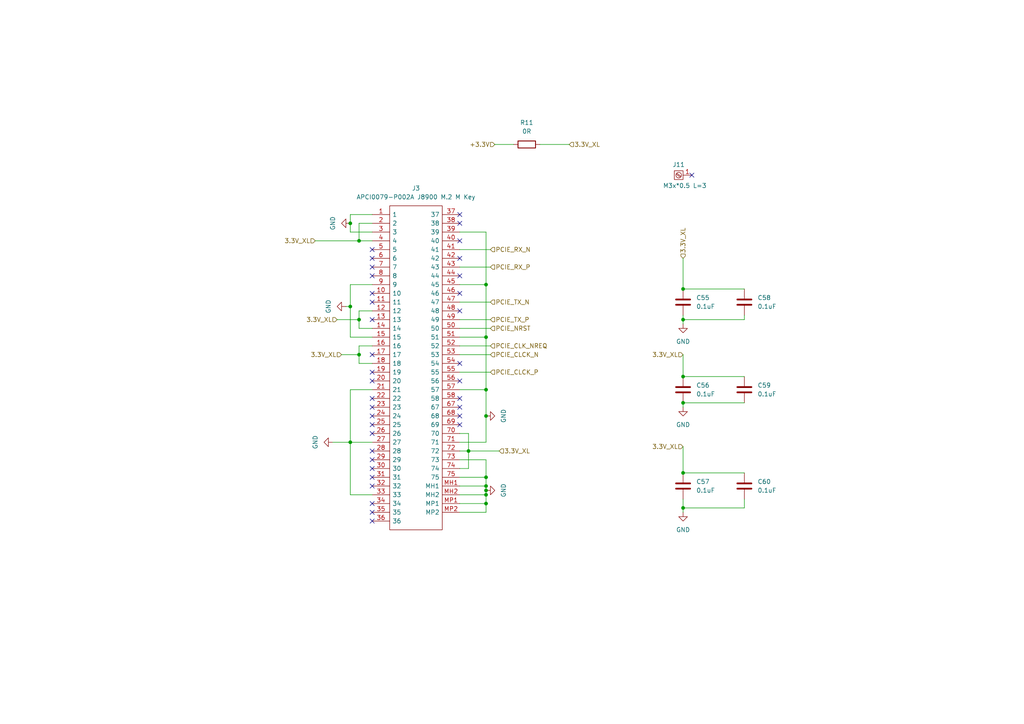
<source format=kicad_sch>
(kicad_sch (version 20231120) (generator "eeschema") (generator_version "8.0")
  (paper "A4")
  (lib_symbols
    (symbol "1-2199230-6:1-2199230-6" (pin_names (offset 0.762))
      (property "Reference" "J" (at 21.59 7.62 0))
      (property "Value" "1-2199230-6" (at 21.59 5.08 0))
      (symbol "1-2199230-6_0_0"
        (pin passive line (at 0 0 0) (length 5.08) (name "1") (number "1"))
        (pin passive line (at 0 -22.86 0) (length 5.08) (name "10") (number "10"))
        (pin passive line (at 0 -25.4 0) (length 5.08) (name "11") (number "11"))
        (pin passive line (at 0 -27.94 0) (length 5.08) (name "12") (number "12"))
        (pin passive line (at 0 -30.48 0) (length 5.08) (name "13") (number "13"))
        (pin passive line (at 0 -33.02 0) (length 5.08) (name "14") (number "14"))
        (pin passive line (at 0 -35.56 0) (length 5.08) (name "15") (number "15"))
        (pin passive line (at 0 -38.1 0) (length 5.08) (name "16") (number "16"))
        (pin passive line (at 0 -40.64 0) (length 5.08) (name "17") (number "17"))
        (pin passive line (at 0 -43.18 0) (length 5.08) (name "18") (number "18"))
        (pin passive line (at 0 -45.72 0) (length 5.08) (name "19") (number "19"))
        (pin passive line (at 0 -2.54 0) (length 5.08) (name "2") (number "2"))
        (pin passive line (at 0 -48.26 0) (length 5.08) (name "20") (number "20"))
        (pin passive line (at 0 -50.8 0) (length 5.08) (name "21") (number "21"))
        (pin passive line (at 0 -53.34 0) (length 5.08) (name "22") (number "22"))
        (pin passive line (at 0 -55.88 0) (length 5.08) (name "23") (number "23"))
        (pin passive line (at 0 -58.42 0) (length 5.08) (name "24") (number "24"))
        (pin passive line (at 0 -60.96 0) (length 5.08) (name "25") (number "25"))
        (pin passive line (at 0 -63.5 0) (length 5.08) (name "26") (number "26"))
        (pin passive line (at 0 -66.04 0) (length 5.08) (name "27") (number "27"))
        (pin passive line (at 0 -68.58 0) (length 5.08) (name "28") (number "28"))
        (pin passive line (at 0 -71.12 0) (length 5.08) (name "29") (number "29"))
        (pin passive line (at 0 -5.08 0) (length 5.08) (name "3") (number "3"))
        (pin passive line (at 0 -73.66 0) (length 5.08) (name "30") (number "30"))
        (pin passive line (at 0 -76.2 0) (length 5.08) (name "31") (number "31"))
        (pin passive line (at 0 -78.74 0) (length 5.08) (name "32") (number "32"))
        (pin passive line (at 0 -81.28 0) (length 5.08) (name "33") (number "33"))
        (pin passive line (at 0 -83.82 0) (length 5.08) (name "34") (number "34"))
        (pin passive line (at 0 -86.36 0) (length 5.08) (name "35") (number "35"))
        (pin passive line (at 0 -88.9 0) (length 5.08) (name "36") (number "36"))
        (pin passive line (at 25.4 0 180) (length 5.08) (name "37") (number "37"))
        (pin passive line (at 25.4 -2.54 180) (length 5.08) (name "38") (number "38"))
        (pin passive line (at 25.4 -5.08 180) (length 5.08) (name "39") (number "39"))
        (pin passive line (at 0 -7.62 0) (length 5.08) (name "4") (number "4"))
        (pin passive line (at 25.4 -7.62 180) (length 5.08) (name "40") (number "40"))
        (pin passive line (at 25.4 -10.16 180) (length 5.08) (name "41") (number "41"))
        (pin passive line (at 25.4 -12.7 180) (length 5.08) (name "42") (number "42"))
        (pin passive line (at 25.4 -15.24 180) (length 5.08) (name "43") (number "43"))
        (pin passive line (at 25.4 -17.78 180) (length 5.08) (name "44") (number "44"))
        (pin passive line (at 25.4 -20.32 180) (length 5.08) (name "45") (number "45"))
        (pin passive line (at 25.4 -22.86 180) (length 5.08) (name "46") (number "46"))
        (pin passive line (at 25.4 -25.4 180) (length 5.08) (name "47") (number "47"))
        (pin passive line (at 25.4 -27.94 180) (length 5.08) (name "48") (number "48"))
        (pin passive line (at 25.4 -30.48 180) (length 5.08) (name "49") (number "49"))
        (pin passive line (at 0 -10.16 0) (length 5.08) (name "5") (number "5"))
        (pin passive line (at 25.4 -33.02 180) (length 5.08) (name "50") (number "50"))
        (pin passive line (at 25.4 -35.56 180) (length 5.08) (name "51") (number "51"))
        (pin passive line (at 25.4 -38.1 180) (length 5.08) (name "52") (number "52"))
        (pin passive line (at 25.4 -40.64 180) (length 5.08) (name "53") (number "53"))
        (pin passive line (at 25.4 -43.18 180) (length 5.08) (name "54") (number "54"))
        (pin passive line (at 25.4 -45.72 180) (length 5.08) (name "55") (number "55"))
        (pin passive line (at 25.4 -48.26 180) (length 5.08) (name "56") (number "56"))
        (pin passive line (at 25.4 -50.8 180) (length 5.08) (name "57") (number "57"))
        (pin passive line (at 25.4 -53.34 180) (length 5.08) (name "58") (number "58"))
        (pin passive line (at 0 -12.7 0) (length 5.08) (name "6") (number "6"))
        (pin passive line (at 25.4 -55.88 180) (length 5.08) (name "67") (number "67"))
        (pin passive line (at 25.4 -58.42 180) (length 5.08) (name "68") (number "68"))
        (pin passive line (at 25.4 -60.96 180) (length 5.08) (name "69") (number "69"))
        (pin passive line (at 0 -15.24 0) (length 5.08) (name "7") (number "7"))
        (pin passive line (at 25.4 -63.5 180) (length 5.08) (name "70") (number "70"))
        (pin passive line (at 25.4 -66.04 180) (length 5.08) (name "71") (number "71"))
        (pin passive line (at 25.4 -68.58 180) (length 5.08) (name "72") (number "72"))
        (pin passive line (at 25.4 -71.12 180) (length 5.08) (name "73") (number "73"))
        (pin passive line (at 25.4 -73.66 180) (length 5.08) (name "74") (number "74"))
        (pin passive line (at 25.4 -76.2 180) (length 5.08) (name "75") (number "75"))
        (pin passive line (at 0 -17.78 0) (length 5.08) (name "8") (number "8"))
        (pin passive line (at 0 -20.32 0) (length 5.08) (name "9") (number "9"))
        (pin passive line (at 25.4 -78.74 180) (length 5.08) (name "MH1") (number "MH1"))
        (pin passive line (at 25.4 -81.28 180) (length 5.08) (name "MH2") (number "MH2"))
        (pin passive line (at 25.4 -83.82 180) (length 5.08) (name "MP1") (number "MP1"))
        (pin passive line (at 25.4 -86.36 180) (length 5.08) (name "MP2") (number "MP2"))
      )
      (symbol "1-2199230-6_0_1"
        (polyline (pts (xy 5.08 2.54) (xy 20.32 2.54) (xy 20.32 -91.44) (xy 5.08 -91.44) (xy 5.08 2.54)) (stroke (width 0.1524)))
      )
    )
    (symbol "Device:C" (pin_numbers hide) (pin_names (offset 0.254))
      (property "Reference" "C" (at 0.635 2.54 0))
      (property "Value" "C" (at 0.635 -2.54 0))
      (symbol "C_0_1"
        (polyline (pts (xy -2.032 -0.762) (xy 2.032 -0.762)) (stroke (width 0.508)))
        (polyline (pts (xy -2.032 0.762) (xy 2.032 0.762)) (stroke (width 0.508)))
      )
      (symbol "C_1_1"
        (pin passive line (at 0 3.81 270) (length 2.794) (name "~") (number "1"))
        (pin passive line (at 0 -3.81 90) (length 2.794) (name "~") (number "2"))
      )
    )
    (symbol "Device:R" (pin_numbers hide) (pin_names (offset 0))
      (property "Reference" "R" (at 2.032 0 90))
      (property "Value" "R" (at 0 0 90))
      (symbol "R_0_1"
        (rectangle (start -1.016 -2.54) (end 1.016 2.54) (stroke (width 0.254)))
      )
      (symbol "R_1_1"
        (pin passive line (at 0 3.81 270) (length 1.27) (name "~") (number "1"))
        (pin passive line (at 0 -3.81 90) (length 1.27) (name "~") (number "2"))
      )
    )
    (symbol "Via:via"
      (property "Reference" "U" (at 0 0 0))
      (symbol "via_0_1"
        (rectangle (start -1.27 3.81) (end 1.27 1.27))
        (polyline (pts (xy -0.6485 2.8629) (xy 0.5802 1.9868)))
        (polyline (pts (xy -0.4437 3.1019) (xy 0.7281 2.2599)))
        (circle (center 0 2.54) (radius 0.8106))
      )
      (symbol "via_1_1"
        (pin input line (at -3.81 2.54 0) (length 2.54) (name "") (number "1"))
      )
    )
    (symbol "power:GND" (power) (pin_names (offset 0))
      (property "Value" "GND" (at 0 -3.81 0))
      (symbol "GND_0_1"
        (polyline (pts (xy 0 0) (xy 0 -1.27) (xy 1.27 -1.27) (xy 0 -2.54) (xy -1.27 -1.27) (xy 0 -1.27)))
      )
      (symbol "GND_1_1"
        (pin power_in line (at 0 0 270) (length 0) hide (name "GND") (number "1"))
      )
    )
  )
  (junction (at 198.12 116.84))
  (junction (at 140.97 120.65))
  (junction (at 140.97 82.55))
  (junction (at 140.97 138.43))
  (junction (at 140.97 143.51))
  (junction (at 104.14 69.85))
  (junction (at 198.12 147.32))
  (junction (at 101.6 64.77))
  (junction (at 101.6 128.27))
  (junction (at 140.97 140.97))
  (junction (at 140.97 142.24))
  (junction (at 198.12 92.71))
  (junction (at 198.12 137.16))
  (junction (at 140.97 146.05))
  (junction (at 140.97 97.79))
  (junction (at 140.97 113.03))
  (junction (at 104.14 92.71))
  (junction (at 198.12 109.22))
  (junction (at 104.14 102.87))
  (junction (at 198.12 83.82))
  (junction (at 101.6 88.9))
  (junction (at 135.89 130.81))
  (no_connect (at 107.95 102.87))
  (no_connect (at 107.95 151.13))
  (no_connect (at 107.95 133.35))
  (no_connect (at 133.35 120.65))
  (no_connect (at 107.95 138.43))
  (no_connect (at 107.95 77.47))
  (no_connect (at 107.95 87.63))
  (no_connect (at 133.35 80.01))
  (no_connect (at 133.35 64.77))
  (no_connect (at 107.95 118.11))
  (no_connect (at 133.35 115.57))
  (no_connect (at 133.35 123.19))
  (no_connect (at 107.95 125.73))
  (no_connect (at 107.95 110.49))
  (no_connect (at 133.35 90.17))
  (no_connect (at 107.95 148.59))
  (no_connect (at 107.95 72.39))
  (no_connect (at 107.95 107.95))
  (no_connect (at 107.95 115.57))
  (no_connect (at 133.35 62.23))
  (no_connect (at 107.95 123.19))
  (no_connect (at 133.35 110.49))
  (no_connect (at 107.95 135.89))
  (no_connect (at 107.95 130.81))
  (no_connect (at 107.95 120.65))
  (no_connect (at 107.95 74.93))
  (no_connect (at 133.35 85.09))
  (no_connect (at 200.66 50.8))
  (no_connect (at 133.35 118.11))
  (no_connect (at 107.95 80.01))
  (no_connect (at 133.35 105.41))
  (no_connect (at 107.95 92.71))
  (no_connect (at 107.95 140.97))
  (no_connect (at 133.35 69.85))
  (no_connect (at 107.95 146.05))
  (no_connect (at 107.95 85.09))
  (no_connect (at 133.35 74.93))
  (wire (pts (xy 142.24 87.63) (xy 133.35 87.63)))
  (wire (pts (xy 140.97 148.59) (xy 140.97 146.05)))
  (wire (pts (xy 142.24 92.71) (xy 133.35 92.71)))
  (wire (pts (xy 140.97 128.27) (xy 140.97 120.65)))
  (wire (pts (xy 140.97 120.65) (xy 140.97 113.03)))
  (wire (pts (xy 143.51 41.8983) (xy 143.51 41.91)))
  (wire (pts (xy 101.6 113.03) (xy 107.95 113.03)))
  (wire (pts (xy 104.14 100.33) (xy 104.14 102.87)))
  (wire (pts (xy 142.24 107.95) (xy 133.35 107.95)))
  (wire (pts (xy 107.95 97.79) (xy 101.6 97.79)))
  (wire (pts (xy 140.97 143.51) (xy 140.97 142.24)))
  (wire (pts (xy 101.6 82.55) (xy 107.95 82.55)))
  (wire (pts (xy 140.97 67.31) (xy 140.97 82.55)))
  (wire (pts (xy 142.24 100.33) (xy 133.35 100.33)))
  (wire (pts (xy 140.97 113.03) (xy 133.35 113.03)))
  (wire (pts (xy 156.5972 41.8983) (xy 165.1 41.8983)))
  (wire (pts (xy 140.97 82.55) (xy 140.97 97.79)))
  (wire (pts (xy 91.44 69.85) (xy 104.14 69.85)))
  (wire (pts (xy 142.24 95.25) (xy 133.35 95.25)))
  (wire (pts (xy 198.12 148.59) (xy 198.12 147.32)))
  (wire (pts (xy 198.12 83.82) (xy 215.9 83.82)))
  (wire (pts (xy 104.14 105.41) (xy 107.95 105.41)))
  (wire (pts (xy 101.6 128.27) (xy 101.6 113.03)))
  (wire (pts (xy 133.35 67.31) (xy 140.97 67.31)))
  (wire (pts (xy 107.95 62.23) (xy 101.6 62.23)))
  (wire (pts (xy 198.12 129.54) (xy 198.12 137.16)))
  (wire (pts (xy 96.52 128.27) (xy 101.6 128.27)))
  (wire (pts (xy 107.95 143.51) (xy 101.6 143.51)))
  (wire (pts (xy 135.89 125.73) (xy 135.89 130.81)))
  (wire (pts (xy 133.35 140.97) (xy 140.97 140.97)))
  (wire (pts (xy 97.79 92.71) (xy 104.14 92.71)))
  (wire (pts (xy 198.12 147.32) (xy 198.12 144.78)))
  (wire (pts (xy 140.97 133.35) (xy 133.35 133.35)))
  (wire (pts (xy 148.9772 41.8983) (xy 143.51 41.8983)))
  (wire (pts (xy 140.97 138.43) (xy 140.97 133.35)))
  (wire (pts (xy 107.95 64.77) (xy 104.14 64.77)))
  (wire (pts (xy 104.14 69.85) (xy 107.95 69.85)))
  (wire (pts (xy 198.12 118.11) (xy 198.12 116.84)))
  (wire (pts (xy 133.35 125.73) (xy 135.89 125.73)))
  (wire (pts (xy 198.12 91.44) (xy 198.12 92.71)))
  (wire (pts (xy 104.14 92.71) (xy 104.14 95.25)))
  (wire (pts (xy 198.12 92.71) (xy 198.12 93.98)))
  (wire (pts (xy 104.14 64.77) (xy 104.14 69.85)))
  (wire (pts (xy 135.89 130.81) (xy 133.35 130.81)))
  (wire (pts (xy 198.12 74.93) (xy 198.12 83.82)))
  (wire (pts (xy 140.97 146.05) (xy 140.97 143.51)))
  (wire (pts (xy 133.35 82.55) (xy 140.97 82.55)))
  (wire (pts (xy 140.97 97.79) (xy 140.97 113.03)))
  (wire (pts (xy 104.14 102.87) (xy 104.14 105.41)))
  (wire (pts (xy 107.95 100.33) (xy 104.14 100.33)))
  (wire (pts (xy 198.12 92.71) (xy 215.9 92.71)))
  (wire (pts (xy 140.97 140.97) (xy 140.97 138.43)))
  (wire (pts (xy 133.35 128.27) (xy 140.97 128.27)))
  (wire (pts (xy 133.35 135.89) (xy 135.89 135.89)))
  (wire (pts (xy 198.12 147.32) (xy 215.9 147.32)))
  (wire (pts (xy 133.35 146.05) (xy 140.97 146.05)))
  (wire (pts (xy 135.89 130.81) (xy 144.78 130.81)))
  (wire (pts (xy 165.1 41.8983) (xy 165.1 41.91)))
  (wire (pts (xy 104.14 90.17) (xy 104.14 92.71)))
  (wire (pts (xy 133.35 138.43) (xy 140.97 138.43)))
  (wire (pts (xy 101.6 88.9) (xy 101.6 82.55)))
  (wire (pts (xy 99.06 102.87) (xy 104.14 102.87)))
  (wire (pts (xy 100.33 88.9) (xy 101.6 88.9)))
  (wire (pts (xy 101.6 67.31) (xy 107.95 67.31)))
  (wire (pts (xy 101.6 97.79) (xy 101.6 88.9)))
  (wire (pts (xy 107.95 128.27) (xy 101.6 128.27)))
  (wire (pts (xy 142.24 102.87) (xy 133.35 102.87)))
  (wire (pts (xy 101.6 62.23) (xy 101.6 64.77)))
  (wire (pts (xy 133.35 143.51) (xy 140.97 143.51)))
  (wire (pts (xy 215.9 144.78) (xy 215.9 147.32)))
  (wire (pts (xy 198.12 109.22) (xy 215.9 109.22)))
  (wire (pts (xy 198.12 137.16) (xy 215.9 137.16)))
  (wire (pts (xy 135.89 130.81) (xy 135.89 135.89)))
  (wire (pts (xy 198.12 102.87) (xy 198.12 109.22)))
  (wire (pts (xy 215.9 91.44) (xy 215.9 92.71)))
  (wire (pts (xy 104.14 90.17) (xy 107.95 90.17)))
  (wire (pts (xy 142.24 77.47) (xy 133.35 77.47)))
  (wire (pts (xy 104.14 95.25) (xy 107.95 95.25)))
  (wire (pts (xy 142.24 72.39) (xy 133.35 72.39)))
  (wire (pts (xy 133.35 148.59) (xy 140.97 148.59)))
  (wire (pts (xy 101.6 143.51) (xy 101.6 128.27)))
  (wire (pts (xy 140.97 142.24) (xy 140.97 140.97)))
  (wire (pts (xy 133.35 97.79) (xy 140.97 97.79)))
  (wire (pts (xy 198.12 116.84) (xy 215.9 116.84)))
  (wire (pts (xy 101.6 64.77) (xy 101.6 67.31)))
  (hierarchical_label "3.3V_XL" (shape input) (at 198.12 102.87 180))
  (hierarchical_label "PCIE_NRST" (shape input) (at 142.24 95.25 0))
  (hierarchical_label "3.3V_XL" (shape input) (at 165.1 41.91 0))
  (hierarchical_label "3.3V_XL" (shape input) (at 198.12 74.93 90))
  (hierarchical_label "+3.3V" (shape input) (at 143.51 41.91 180))
  (hierarchical_label "PCIE_CLK_NREQ" (shape input) (at 142.24 100.33 0))
  (hierarchical_label "PCIE_RX_P" (shape input) (at 142.24 77.47 0))
  (hierarchical_label "PCIE_CLCK_P" (shape input) (at 142.24 107.95 0))
  (hierarchical_label "PCIE_RX_N" (shape input) (at 142.24 72.39 0))
  (hierarchical_label "3.3V_XL" (shape input) (at 99.06 102.87 180))
  (hierarchical_label "PCIE_TX_P" (shape input) (at 142.24 92.71 0))
  (hierarchical_label "PCIE_CLCK_N" (shape input) (at 142.24 102.87 0))
  (hierarchical_label "PCIE_TX_N" (shape input) (at 142.24 87.63 0))
  (hierarchical_label "3.3V_XL" (shape input) (at 91.44 69.85 180))
  (hierarchical_label "3.3V_XL" (shape input) (at 97.79 92.71 180))
  (hierarchical_label "3.3V_XL" (shape input) (at 144.78 130.81 0))
  (hierarchical_label "3.3V_XL" (shape input) (at 198.12 129.54 180))
  (symbol (lib_id "Via:via") (at 196.85 48.26 180) (unit 1)
    (property "Reference" "J11" (at 196.85 47.752 0))
    (property "Value" "M3x*0.5 L=3" (at 198.628 53.848 0))
    (property "Footprint" "RP2040_minimal:Screw_terminal_shinbo" (effects (hide yes)))
  )
  (symbol (lib_id "power:GND") (at 198.12 93.98 0) (unit 1)
    (property "Reference" "#PWR0184" (effects (hide yes)))
    (property "Value" "GND" (at 198.12 99.06 0))
  )
  (symbol (lib_id "Device:C") (at 215.9 140.97 0) (unit 1)
    (property "Reference" "C60" (at 219.71 139.6999 0) (effects (justify left)))
    (property "Value" "0.1uF" (at 219.71 142.2399 0) (effects (justify left)))
    (property "Footprint" "Capacitor_SMD:C_0603_1608Metric" (effects (hide yes)))
  )
  (symbol (lib_id "power:GND") (at 198.12 148.59 0) (unit 1)
    (property "Reference" "#PWR0182" (effects (hide yes)))
    (property "Value" "GND" (at 198.12 153.67 0))
  )
  (symbol (lib_id "power:GND") (at 198.12 118.11 0) (unit 1)
    (property "Reference" "#PWR0183" (effects (hide yes)))
    (property "Value" "GND" (at 198.12 123.19 0))
  )
  (symbol (lib_id "power:GND") (at 101.6 64.77 270) (unit 1)
    (property "Reference" "#PWR040" (effects (hide yes)))
    (property "Value" "GND" (at 96.52 64.77 0))
  )
  (symbol (lib_id "power:GND") (at 140.97 142.24 90) (unit 1)
    (property "Reference" "#PWR036" (effects (hide yes)))
    (property "Value" "GND" (at 146.05 142.24 0))
  )
  (symbol (lib_id "power:GND") (at 140.97 120.65 90) (unit 1)
    (property "Reference" "#PWR037" (effects (hide yes)))
    (property "Value" "GND" (at 146.05 120.65 0))
  )
  (symbol (lib_id "Device:C") (at 215.9 113.03 0) (unit 1)
    (property "Reference" "C59" (at 219.71 111.7599 0) (effects (justify left)))
    (property "Value" "0.1uF" (at 219.71 114.2999 0) (effects (justify left)))
    (property "Footprint" "Capacitor_SMD:C_0603_1608Metric" (effects (hide yes)))
  )
  (symbol (lib_id "1-2199230-6:1-2199230-6") (at 107.95 62.23 0) (unit 1)
    (property "Reference" "J3" (at 120.65 54.61 0))
    (property "Value" "APCI0079-P002A J8900 M.2 M Key" (at 120.65 57.15 0))
    (property "Footprint" "121992306" (effects (hide yes)))
    (property "Datasheet" "https://datasheet.lcsc.com/lcsc/2011231734_LOTES-APCI0079-P002A_C841651.pdf" (effects (hide yes)))
    (property "Description" "PCI Express / PCI Connectors M.2 0.5PITCH 4.2H KEY M 30U AU" (effects (hide yes)))
    (property "Height" "4.2" (effects (hide yes)))
    (property "Manufacturer_Name" "TE Connectivity" (effects (hide yes)))
    (property "Manufacturer_Part_Number" "1-2199230-6" (effects (hide yes)))
    (property "Mouser Part Number" "571-1-2199230-6" (effects (hide yes)))
    (property "Mouser Price/Stock" "https://www.mouser.co.uk/ProductDetail/TE-Connectivity/1-2199230-6?qs=N0TJGnUfxCALyAe4Cgc7ng%3D%3D" (effects (hide yes)))
    (property "Arrow Part Number" "1-2199230-6" (effects (hide yes)))
    (property "Arrow Price/Stock" "https://www.arrow.com/en/products/1-2199230-6/te-connectivity?region=nac" (effects (hide yes)))
  )
  (symbol (lib_id "Device:C") (at 215.9 87.63 0) (unit 1)
    (property "Reference" "C58" (at 219.71 86.3599 0) (effects (justify left)))
    (property "Value" "0.1uF" (at 219.71 88.8999 0) (effects (justify left)))
    (property "Footprint" "Capacitor_SMD:C_0603_1608Metric" (effects (hide yes)))
  )
  (symbol (lib_id "power:GND") (at 100.33 88.9 270) (unit 1)
    (property "Reference" "#PWR039" (effects (hide yes)))
    (property "Value" "GND" (at 95.25 88.9 0))
  )
  (symbol (lib_id "Device:C") (at 198.12 113.03 0) (unit 1)
    (property "Reference" "C56" (at 201.93 111.7599 0) (effects (justify left)))
    (property "Value" "0.1uF" (at 201.93 114.2999 0) (effects (justify left)))
    (property "Footprint" "Capacitor_SMD:C_0603_1608Metric" (effects (hide yes)))
  )
  (symbol (lib_id "power:GND") (at 96.52 128.27 270) (unit 1)
    (property "Reference" "#PWR038" (effects (hide yes)))
    (property "Value" "GND" (at 91.44 128.27 0))
  )
  (symbol (lib_id "Device:C") (at 198.12 140.97 0) (unit 1)
    (property "Reference" "C57" (at 201.93 139.6999 0) (effects (justify left)))
    (property "Value" "0.1uF" (at 201.93 142.2399 0) (effects (justify left)))
    (property "Footprint" "Capacitor_SMD:C_0603_1608Metric" (effects (hide yes)))
  )
  (symbol (lib_id "Device:R") (at 152.7872 41.8983 90) (unit 1)
    (property "Reference" "R11" (at 152.7872 35.56 90))
    (property "Value" "0R" (at 152.7872 38.1 90))
    (property "Footprint" "Resistor_SMD:R_0603_1608Metric" (effects (hide yes)))
    (property "Description" "Resistor" (effects (hide yes)))
  )
  (symbol (lib_id "Device:C") (at 198.12 87.63 0) (unit 1)
    (property "Reference" "C55" (at 201.93 86.3599 0) (effects (justify left)))
    (property "Value" "0.1uF" (at 201.93 88.8999 0) (effects (justify left)))
    (property "Footprint" "Capacitor_SMD:C_0603_1608Metric" (effects (hide yes)))
  )
)
</source>
